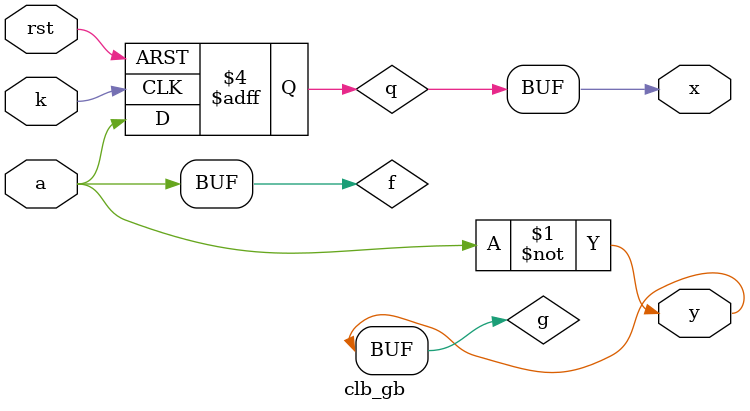
<source format=v>
module clb_gb(
	input a,
	input k,
	input rst,
	output x,
	output y
);

	wire f, g;
	reg q;
	
	assign f = a;
	assign g = ~a;
	
	always @(posedge k, negedge rst) begin
		if (rst == 1'b0) begin
			q <= 1'b0;
		end else begin
			q <= f;
		end
	end
	
	assign x = q;
	assign y = g;
	
endmodule


</source>
